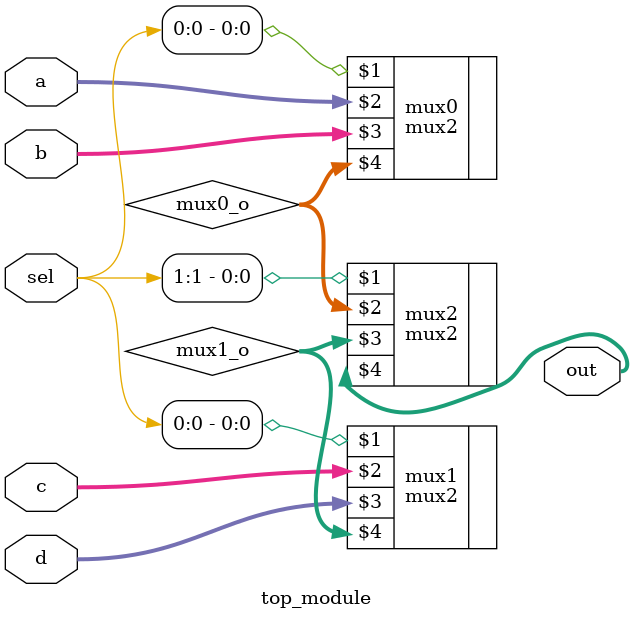
<source format=v>


//module mux2 (
//    input sel,
//    input [7:0] a,
//    input [7:0] b,
//    output [7:0] out
//);

//module top_module (
//    input [1:0] sel,
//    input [7:0] a,
//    input [7:0] b,
//    input [7:0] c,
//    input [7:0] d,
//    output [7:0] out  ); //
//
//    wire mux0, mux1;
//    mux2 mux0 ( sel[0],    a,    b, mux0 );
//    mux2 mux1 ( sel[1],    c,    d, mux1 );
//    mux2 mux2 ( sel[1], mux0, mux1,  out );
//
//endmodule

module top_module (
    input [1:0] sel,
    input [7:0] a,
    input [7:0] b,
    input [7:0] c,
    input [7:0] d,
    output [7:0] out  ); //

    wire [7:0] mux0_o, mux1_o;
    mux2 mux0 ( sel[0],    a,    b, mux0_o );
    mux2 mux1 ( sel[0],    c,    d, mux1_o );
    mux2 mux2 ( sel[1], mux0_o, mux1_o,  out );

endmodule
</source>
